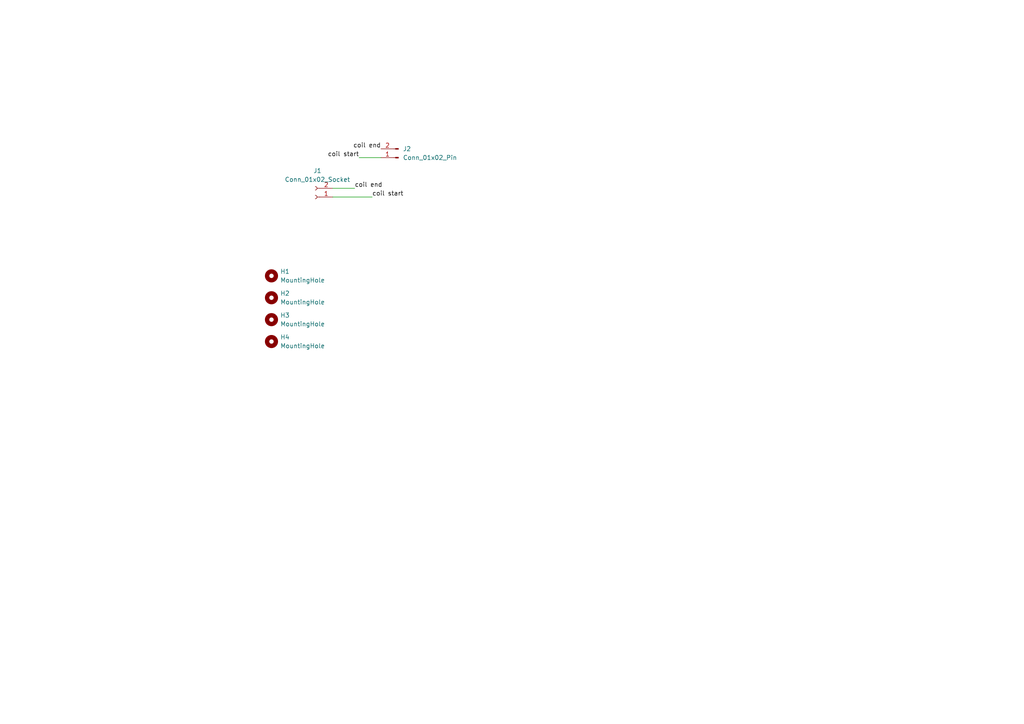
<source format=kicad_sch>
(kicad_sch
	(version 20231120)
	(generator "eeschema")
	(generator_version "8.0")
	(uuid "fc0e8423-a761-4dc5-b59d-c4f75f80d309")
	(paper "A4")
	(lib_symbols
		(symbol "Connector:Conn_01x02_Pin"
			(pin_names
				(offset 1.016) hide)
			(exclude_from_sim no)
			(in_bom yes)
			(on_board yes)
			(property "Reference" "J"
				(at 0 2.54 0)
				(effects
					(font
						(size 1.27 1.27)
					)
				)
			)
			(property "Value" "Conn_01x02_Pin"
				(at 0 -5.08 0)
				(effects
					(font
						(size 1.27 1.27)
					)
				)
			)
			(property "Footprint" ""
				(at 0 0 0)
				(effects
					(font
						(size 1.27 1.27)
					)
					(hide yes)
				)
			)
			(property "Datasheet" "~"
				(at 0 0 0)
				(effects
					(font
						(size 1.27 1.27)
					)
					(hide yes)
				)
			)
			(property "Description" "Generic connector, single row, 01x02, script generated"
				(at 0 0 0)
				(effects
					(font
						(size 1.27 1.27)
					)
					(hide yes)
				)
			)
			(property "ki_locked" ""
				(at 0 0 0)
				(effects
					(font
						(size 1.27 1.27)
					)
				)
			)
			(property "ki_keywords" "connector"
				(at 0 0 0)
				(effects
					(font
						(size 1.27 1.27)
					)
					(hide yes)
				)
			)
			(property "ki_fp_filters" "Connector*:*_1x??_*"
				(at 0 0 0)
				(effects
					(font
						(size 1.27 1.27)
					)
					(hide yes)
				)
			)
			(symbol "Conn_01x02_Pin_1_1"
				(polyline
					(pts
						(xy 1.27 -2.54) (xy 0.8636 -2.54)
					)
					(stroke
						(width 0.1524)
						(type default)
					)
					(fill
						(type none)
					)
				)
				(polyline
					(pts
						(xy 1.27 0) (xy 0.8636 0)
					)
					(stroke
						(width 0.1524)
						(type default)
					)
					(fill
						(type none)
					)
				)
				(rectangle
					(start 0.8636 -2.413)
					(end 0 -2.667)
					(stroke
						(width 0.1524)
						(type default)
					)
					(fill
						(type outline)
					)
				)
				(rectangle
					(start 0.8636 0.127)
					(end 0 -0.127)
					(stroke
						(width 0.1524)
						(type default)
					)
					(fill
						(type outline)
					)
				)
				(pin passive line
					(at 5.08 0 180)
					(length 3.81)
					(name "Pin_1"
						(effects
							(font
								(size 1.27 1.27)
							)
						)
					)
					(number "1"
						(effects
							(font
								(size 1.27 1.27)
							)
						)
					)
				)
				(pin passive line
					(at 5.08 -2.54 180)
					(length 3.81)
					(name "Pin_2"
						(effects
							(font
								(size 1.27 1.27)
							)
						)
					)
					(number "2"
						(effects
							(font
								(size 1.27 1.27)
							)
						)
					)
				)
			)
		)
		(symbol "Connector:Conn_01x02_Socket"
			(pin_names
				(offset 1.016) hide)
			(exclude_from_sim no)
			(in_bom yes)
			(on_board yes)
			(property "Reference" "J"
				(at 0 2.54 0)
				(effects
					(font
						(size 1.27 1.27)
					)
				)
			)
			(property "Value" "Conn_01x02_Socket"
				(at 0 -5.08 0)
				(effects
					(font
						(size 1.27 1.27)
					)
				)
			)
			(property "Footprint" ""
				(at 0 0 0)
				(effects
					(font
						(size 1.27 1.27)
					)
					(hide yes)
				)
			)
			(property "Datasheet" "~"
				(at 0 0 0)
				(effects
					(font
						(size 1.27 1.27)
					)
					(hide yes)
				)
			)
			(property "Description" "Generic connector, single row, 01x02, script generated"
				(at 0 0 0)
				(effects
					(font
						(size 1.27 1.27)
					)
					(hide yes)
				)
			)
			(property "ki_locked" ""
				(at 0 0 0)
				(effects
					(font
						(size 1.27 1.27)
					)
				)
			)
			(property "ki_keywords" "connector"
				(at 0 0 0)
				(effects
					(font
						(size 1.27 1.27)
					)
					(hide yes)
				)
			)
			(property "ki_fp_filters" "Connector*:*_1x??_*"
				(at 0 0 0)
				(effects
					(font
						(size 1.27 1.27)
					)
					(hide yes)
				)
			)
			(symbol "Conn_01x02_Socket_1_1"
				(arc
					(start 0 -2.032)
					(mid -0.5058 -2.54)
					(end 0 -3.048)
					(stroke
						(width 0.1524)
						(type default)
					)
					(fill
						(type none)
					)
				)
				(polyline
					(pts
						(xy -1.27 -2.54) (xy -0.508 -2.54)
					)
					(stroke
						(width 0.1524)
						(type default)
					)
					(fill
						(type none)
					)
				)
				(polyline
					(pts
						(xy -1.27 0) (xy -0.508 0)
					)
					(stroke
						(width 0.1524)
						(type default)
					)
					(fill
						(type none)
					)
				)
				(arc
					(start 0 0.508)
					(mid -0.5058 0)
					(end 0 -0.508)
					(stroke
						(width 0.1524)
						(type default)
					)
					(fill
						(type none)
					)
				)
				(pin passive line
					(at -5.08 0 0)
					(length 3.81)
					(name "Pin_1"
						(effects
							(font
								(size 1.27 1.27)
							)
						)
					)
					(number "1"
						(effects
							(font
								(size 1.27 1.27)
							)
						)
					)
				)
				(pin passive line
					(at -5.08 -2.54 0)
					(length 3.81)
					(name "Pin_2"
						(effects
							(font
								(size 1.27 1.27)
							)
						)
					)
					(number "2"
						(effects
							(font
								(size 1.27 1.27)
							)
						)
					)
				)
			)
		)
		(symbol "Mechanical:MountingHole"
			(pin_names
				(offset 1.016)
			)
			(exclude_from_sim yes)
			(in_bom no)
			(on_board yes)
			(property "Reference" "H"
				(at 0 5.08 0)
				(effects
					(font
						(size 1.27 1.27)
					)
				)
			)
			(property "Value" "MountingHole"
				(at 0 3.175 0)
				(effects
					(font
						(size 1.27 1.27)
					)
				)
			)
			(property "Footprint" ""
				(at 0 0 0)
				(effects
					(font
						(size 1.27 1.27)
					)
					(hide yes)
				)
			)
			(property "Datasheet" "~"
				(at 0 0 0)
				(effects
					(font
						(size 1.27 1.27)
					)
					(hide yes)
				)
			)
			(property "Description" "Mounting Hole without connection"
				(at 0 0 0)
				(effects
					(font
						(size 1.27 1.27)
					)
					(hide yes)
				)
			)
			(property "ki_keywords" "mounting hole"
				(at 0 0 0)
				(effects
					(font
						(size 1.27 1.27)
					)
					(hide yes)
				)
			)
			(property "ki_fp_filters" "MountingHole*"
				(at 0 0 0)
				(effects
					(font
						(size 1.27 1.27)
					)
					(hide yes)
				)
			)
			(symbol "MountingHole_0_1"
				(circle
					(center 0 0)
					(radius 1.27)
					(stroke
						(width 1.27)
						(type default)
					)
					(fill
						(type none)
					)
				)
			)
		)
	)
	(wire
		(pts
			(xy 110.49 45.72) (xy 104.14 45.72)
		)
		(stroke
			(width 0)
			(type default)
		)
		(uuid "42deadf9-c07b-440f-9509-f40771014137")
	)
	(wire
		(pts
			(xy 96.52 57.15) (xy 107.95 57.15)
		)
		(stroke
			(width 0)
			(type default)
		)
		(uuid "7d2ee7d5-4034-496f-8be9-391388dcbce0")
	)
	(wire
		(pts
			(xy 96.52 54.61) (xy 102.87 54.61)
		)
		(stroke
			(width 0)
			(type default)
		)
		(uuid "e699275b-641d-46cb-8ec0-d97437f7613f")
	)
	(label "coil end"
		(at 110.49 43.18 180)
		(fields_autoplaced yes)
		(effects
			(font
				(size 1.27 1.27)
			)
			(justify right bottom)
		)
		(uuid "5c9dc26c-d93b-4bcb-974b-57229bdd1685")
	)
	(label "coil end"
		(at 102.87 54.61 0)
		(fields_autoplaced yes)
		(effects
			(font
				(size 1.27 1.27)
			)
			(justify left bottom)
		)
		(uuid "875c042c-c578-4b58-9f83-2bbfe7d7b334")
	)
	(label "coil start"
		(at 107.95 57.15 0)
		(fields_autoplaced yes)
		(effects
			(font
				(size 1.27 1.27)
			)
			(justify left bottom)
		)
		(uuid "b5648f43-3bb8-4c29-beae-8317af9d3361")
	)
	(label "coil start"
		(at 104.14 45.72 180)
		(fields_autoplaced yes)
		(effects
			(font
				(size 1.27 1.27)
			)
			(justify right bottom)
		)
		(uuid "f3c53820-0f7a-4433-affa-8de34a290242")
	)
	(symbol
		(lib_id "Connector:Conn_01x02_Pin")
		(at 115.57 45.72 180)
		(unit 1)
		(exclude_from_sim no)
		(in_bom yes)
		(on_board yes)
		(dnp no)
		(fields_autoplaced yes)
		(uuid "22c3fe7a-98c8-4273-bb51-d6e8453cfbdb")
		(property "Reference" "J2"
			(at 116.84 43.1799 0)
			(effects
				(font
					(size 1.27 1.27)
				)
				(justify right)
			)
		)
		(property "Value" "Conn_01x02_Pin"
			(at 116.84 45.7199 0)
			(effects
				(font
					(size 1.27 1.27)
				)
				(justify right)
			)
		)
		(property "Footprint" "Connector_PinHeader_2.54mm:PinHeader_1x02_P2.54mm_Vertical"
			(at 115.57 45.72 0)
			(effects
				(font
					(size 1.27 1.27)
				)
				(hide yes)
			)
		)
		(property "Datasheet" "~"
			(at 115.57 45.72 0)
			(effects
				(font
					(size 1.27 1.27)
				)
				(hide yes)
			)
		)
		(property "Description" "Generic connector, single row, 01x02, script generated"
			(at 115.57 45.72 0)
			(effects
				(font
					(size 1.27 1.27)
				)
				(hide yes)
			)
		)
		(pin "1"
			(uuid "da672c37-1351-49ea-94b5-43260005d3e6")
		)
		(pin "2"
			(uuid "6ed55dee-314e-40c6-88bb-2124c957df39")
		)
		(instances
			(project "Excitation coil"
				(path "/fc0e8423-a761-4dc5-b59d-c4f75f80d309"
					(reference "J2")
					(unit 1)
				)
			)
		)
	)
	(symbol
		(lib_id "Connector:Conn_01x02_Socket")
		(at 91.44 57.15 180)
		(unit 1)
		(exclude_from_sim no)
		(in_bom yes)
		(on_board yes)
		(dnp no)
		(fields_autoplaced yes)
		(uuid "265a59e1-aaa9-43af-8bfd-4d2e5442b525")
		(property "Reference" "J1"
			(at 92.075 49.53 0)
			(effects
				(font
					(size 1.27 1.27)
				)
			)
		)
		(property "Value" "Conn_01x02_Socket"
			(at 92.075 52.07 0)
			(effects
				(font
					(size 1.27 1.27)
				)
			)
		)
		(property "Footprint" "Connector_PinSocket_2.54mm:PinSocket_1x02_P2.54mm_Vertical"
			(at 91.44 57.15 0)
			(effects
				(font
					(size 1.27 1.27)
				)
				(hide yes)
			)
		)
		(property "Datasheet" "~"
			(at 91.44 57.15 0)
			(effects
				(font
					(size 1.27 1.27)
				)
				(hide yes)
			)
		)
		(property "Description" "Generic connector, single row, 01x02, script generated"
			(at 91.44 57.15 0)
			(effects
				(font
					(size 1.27 1.27)
				)
				(hide yes)
			)
		)
		(pin "1"
			(uuid "cf190e90-f2ef-4105-acfd-a894f71506ac")
		)
		(pin "2"
			(uuid "cc4753dc-812c-473f-a438-d38db44d2ffc")
		)
		(instances
			(project "Excitation coil"
				(path "/fc0e8423-a761-4dc5-b59d-c4f75f80d309"
					(reference "J1")
					(unit 1)
				)
			)
		)
	)
	(symbol
		(lib_id "Mechanical:MountingHole")
		(at 78.74 86.36 0)
		(unit 1)
		(exclude_from_sim yes)
		(in_bom no)
		(on_board yes)
		(dnp no)
		(fields_autoplaced yes)
		(uuid "4417ec99-89e8-4b85-b68b-0294480790e0")
		(property "Reference" "H2"
			(at 81.28 85.0899 0)
			(effects
				(font
					(size 1.27 1.27)
				)
				(justify left)
			)
		)
		(property "Value" "MountingHole"
			(at 81.28 87.6299 0)
			(effects
				(font
					(size 1.27 1.27)
				)
				(justify left)
			)
		)
		(property "Footprint" "MountingHole:MountingHole_5mm_Pad"
			(at 78.74 86.36 0)
			(effects
				(font
					(size 1.27 1.27)
				)
				(hide yes)
			)
		)
		(property "Datasheet" "~"
			(at 78.74 86.36 0)
			(effects
				(font
					(size 1.27 1.27)
				)
				(hide yes)
			)
		)
		(property "Description" "Mounting Hole without connection"
			(at 78.74 86.36 0)
			(effects
				(font
					(size 1.27 1.27)
				)
				(hide yes)
			)
		)
		(instances
			(project "Excitation coil"
				(path "/fc0e8423-a761-4dc5-b59d-c4f75f80d309"
					(reference "H2")
					(unit 1)
				)
			)
		)
	)
	(symbol
		(lib_id "Mechanical:MountingHole")
		(at 78.74 80.01 0)
		(unit 1)
		(exclude_from_sim yes)
		(in_bom no)
		(on_board yes)
		(dnp no)
		(fields_autoplaced yes)
		(uuid "9cc13a2a-23dd-46e5-931b-de909a64ee2e")
		(property "Reference" "H1"
			(at 81.28 78.7399 0)
			(effects
				(font
					(size 1.27 1.27)
				)
				(justify left)
			)
		)
		(property "Value" "MountingHole"
			(at 81.28 81.2799 0)
			(effects
				(font
					(size 1.27 1.27)
				)
				(justify left)
			)
		)
		(property "Footprint" "MountingHole:MountingHole_5mm_Pad"
			(at 78.74 80.01 0)
			(effects
				(font
					(size 1.27 1.27)
				)
				(hide yes)
			)
		)
		(property "Datasheet" "~"
			(at 78.74 80.01 0)
			(effects
				(font
					(size 1.27 1.27)
				)
				(hide yes)
			)
		)
		(property "Description" "Mounting Hole without connection"
			(at 78.74 80.01 0)
			(effects
				(font
					(size 1.27 1.27)
				)
				(hide yes)
			)
		)
		(instances
			(project "Excitation coil"
				(path "/fc0e8423-a761-4dc5-b59d-c4f75f80d309"
					(reference "H1")
					(unit 1)
				)
			)
		)
	)
	(symbol
		(lib_id "Mechanical:MountingHole")
		(at 78.74 92.71 0)
		(unit 1)
		(exclude_from_sim yes)
		(in_bom no)
		(on_board yes)
		(dnp no)
		(fields_autoplaced yes)
		(uuid "ab6a1d47-950a-4578-b036-44a60176a38d")
		(property "Reference" "H3"
			(at 81.28 91.4399 0)
			(effects
				(font
					(size 1.27 1.27)
				)
				(justify left)
			)
		)
		(property "Value" "MountingHole"
			(at 81.28 93.9799 0)
			(effects
				(font
					(size 1.27 1.27)
				)
				(justify left)
			)
		)
		(property "Footprint" "MountingHole:MountingHole_5mm_Pad"
			(at 78.74 92.71 0)
			(effects
				(font
					(size 1.27 1.27)
				)
				(hide yes)
			)
		)
		(property "Datasheet" "~"
			(at 78.74 92.71 0)
			(effects
				(font
					(size 1.27 1.27)
				)
				(hide yes)
			)
		)
		(property "Description" "Mounting Hole without connection"
			(at 78.74 92.71 0)
			(effects
				(font
					(size 1.27 1.27)
				)
				(hide yes)
			)
		)
		(instances
			(project "Excitation coil"
				(path "/fc0e8423-a761-4dc5-b59d-c4f75f80d309"
					(reference "H3")
					(unit 1)
				)
			)
		)
	)
	(symbol
		(lib_id "Mechanical:MountingHole")
		(at 78.74 99.06 0)
		(unit 1)
		(exclude_from_sim yes)
		(in_bom no)
		(on_board yes)
		(dnp no)
		(fields_autoplaced yes)
		(uuid "b24bd8cb-79db-4822-9894-dc9b3853dca7")
		(property "Reference" "H4"
			(at 81.28 97.7899 0)
			(effects
				(font
					(size 1.27 1.27)
				)
				(justify left)
			)
		)
		(property "Value" "MountingHole"
			(at 81.28 100.3299 0)
			(effects
				(font
					(size 1.27 1.27)
				)
				(justify left)
			)
		)
		(property "Footprint" "MountingHole:MountingHole_5mm_Pad"
			(at 78.74 99.06 0)
			(effects
				(font
					(size 1.27 1.27)
				)
				(hide yes)
			)
		)
		(property "Datasheet" "~"
			(at 78.74 99.06 0)
			(effects
				(font
					(size 1.27 1.27)
				)
				(hide yes)
			)
		)
		(property "Description" "Mounting Hole without connection"
			(at 78.74 99.06 0)
			(effects
				(font
					(size 1.27 1.27)
				)
				(hide yes)
			)
		)
		(instances
			(project "Excitation coil"
				(path "/fc0e8423-a761-4dc5-b59d-c4f75f80d309"
					(reference "H4")
					(unit 1)
				)
			)
		)
	)
	(sheet_instances
		(path "/"
			(page "1")
		)
	)
)
</source>
